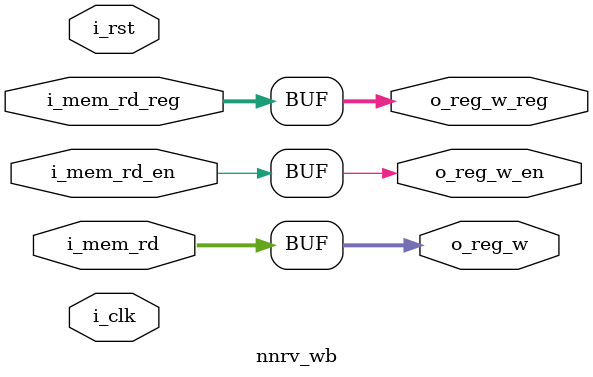
<source format=v>
`default_nettype none

module nnrv_wb
(
i_clk,
i_rst,

i_mem_rd_en,
i_mem_rd,
i_mem_rd_reg,

o_reg_w_en,
o_reg_w,
o_reg_w_reg
);

/* parameter */

parameter XLEN = 32;

/* port */

input wire i_clk;
input wire i_rst;

input wire i_mem_rd_en;
input wire [4:0] i_mem_rd;
input wire [XLEN-1:0] i_mem_rd_reg;

output wire o_reg_w_en;
output wire [4:0] o_reg_w;
output wire [XLEN-1:0] o_reg_w_reg;

/* define */


/* local */

assign o_reg_w_en = i_mem_rd_en;
assign o_reg_w = i_mem_rd;
assign o_reg_w_reg = i_mem_rd_reg;

endmodule

</source>
